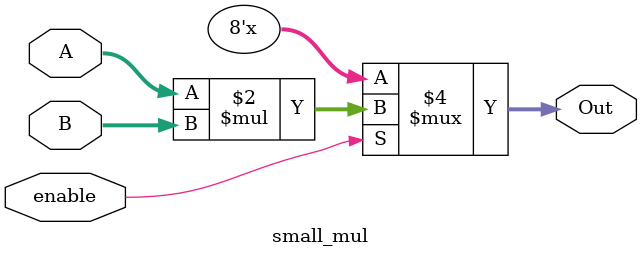
<source format=v>
`timescale 1ns / 1ps

module small_mul(
 output reg [7:0] Out,
 input [3:0] A,B,
 input enable
    );
    always @(enable, A,B)
    begin
   
    Out = 8'bxxxxxxxx;
    if(enable)
    Out = A*B;
    end
endmodule
</source>
